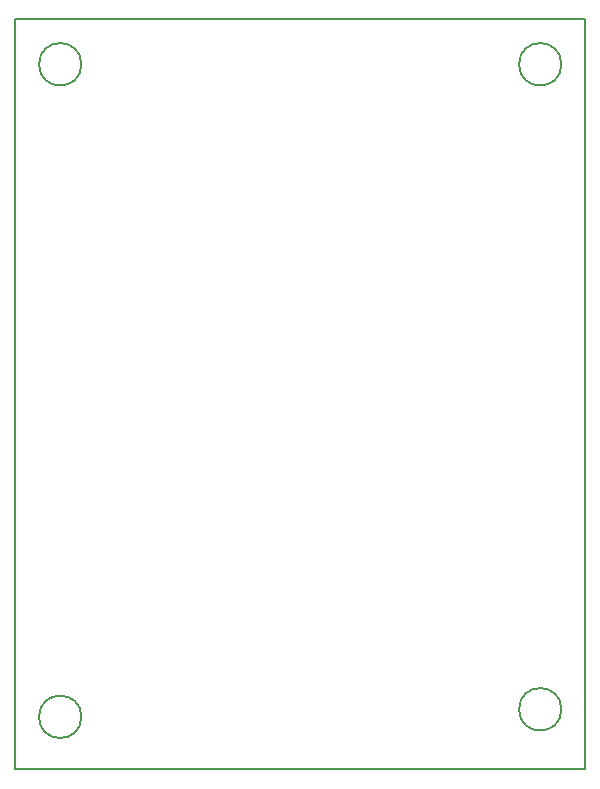
<source format=gbr>
G04 #@! TF.FileFunction,Profile,NP*
%FSLAX46Y46*%
G04 Gerber Fmt 4.6, Leading zero omitted, Abs format (unit mm)*
G04 Created by KiCad (PCBNEW 4.0.2-4+6225~38~ubuntu14.04.1-stable) date on. 13. april 2016 kl. 20.39 +0200*
%MOMM*%
G01*
G04 APERTURE LIST*
%ADD10C,0.100000*%
%ADD11C,0.150000*%
G04 APERTURE END LIST*
D10*
D11*
X143510000Y-148590000D02*
X143510000Y-85090000D01*
X95250000Y-85090000D02*
X95250000Y-148590000D01*
X141496051Y-143510000D02*
G75*
G03X141496051Y-143510000I-1796051J0D01*
G01*
X100856051Y-144145000D02*
G75*
G03X100856051Y-144145000I-1796051J0D01*
G01*
X100856051Y-88900000D02*
G75*
G03X100856051Y-88900000I-1796051J0D01*
G01*
X141496051Y-88900000D02*
G75*
G03X141496051Y-88900000I-1796051J0D01*
G01*
X95250000Y-148590000D02*
X143510000Y-148590000D01*
X143510000Y-85090000D02*
X95250000Y-85090000D01*
M02*

</source>
